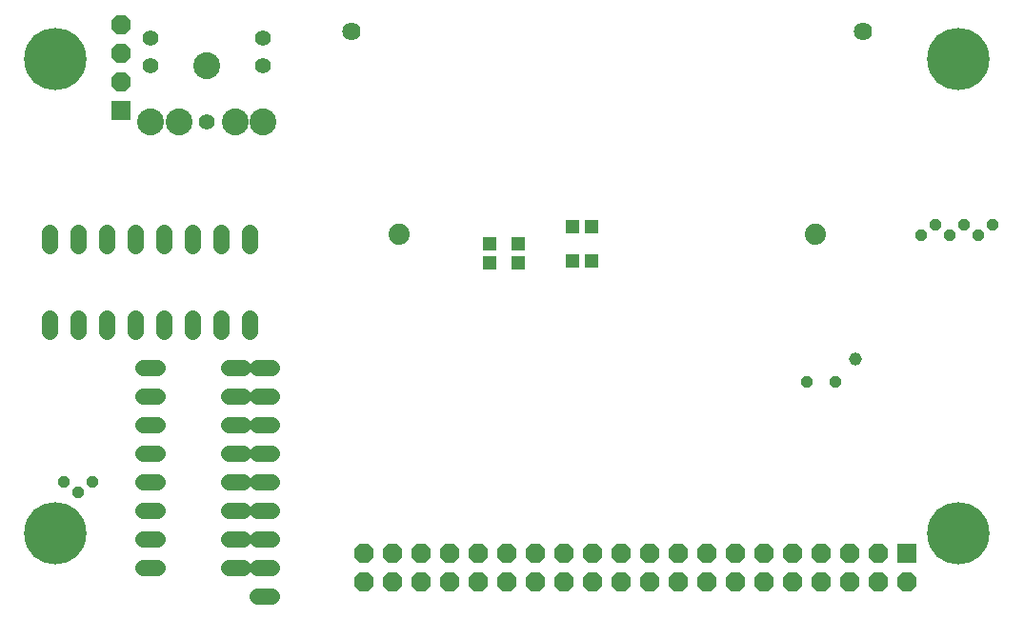
<source format=gbs>
G75*
%MOIN*%
%OFA0B0*%
%FSLAX24Y24*%
%IPPOS*%
%LPD*%
%AMOC8*
5,1,8,0,0,1.08239X$1,22.5*
%
%ADD10C,0.2180*%
%ADD11R,0.0680X0.0680*%
%ADD12OC8,0.0680*%
%ADD13R,0.0513X0.0474*%
%ADD14C,0.0740*%
%ADD15C,0.0640*%
%ADD16C,0.0560*%
%ADD17OC8,0.0417*%
%ADD18C,0.0940*%
%ADD19C,0.0552*%
%ADD20R,0.0474X0.0513*%
%ADD21C,0.0456*%
D10*
X002822Y003572D03*
X002822Y020178D03*
X034428Y020178D03*
X034428Y003572D03*
D11*
X032625Y002875D03*
X005125Y018375D03*
D12*
X005125Y019375D03*
X005125Y020375D03*
X005125Y021375D03*
X013625Y002875D03*
X014625Y002875D03*
X015625Y002875D03*
X016625Y002875D03*
X017625Y002875D03*
X018625Y002875D03*
X019625Y002875D03*
X020625Y002875D03*
X021625Y002875D03*
X022625Y002875D03*
X023625Y002875D03*
X024625Y002875D03*
X025625Y002875D03*
X026625Y002875D03*
X027625Y002875D03*
X028625Y002875D03*
X029625Y002875D03*
X030625Y002875D03*
X031625Y002875D03*
X031625Y001875D03*
X030625Y001875D03*
X029625Y001875D03*
X028625Y001875D03*
X027625Y001875D03*
X026625Y001875D03*
X025625Y001875D03*
X024625Y001875D03*
X023625Y001875D03*
X022625Y001875D03*
X021625Y001875D03*
X020625Y001875D03*
X019625Y001875D03*
X018625Y001875D03*
X017625Y001875D03*
X016625Y001875D03*
X015625Y001875D03*
X014625Y001875D03*
X013625Y001875D03*
X032625Y001875D03*
D13*
X021585Y013125D03*
X020915Y013125D03*
X019000Y013040D03*
X019000Y013710D03*
X018000Y013710D03*
X018000Y013040D03*
D14*
X014842Y014052D03*
X029408Y014052D03*
D15*
X031082Y021139D03*
X013168Y021139D03*
D16*
X009625Y014115D02*
X009625Y013635D01*
X008625Y013635D02*
X008625Y014115D01*
X007625Y014115D02*
X007625Y013635D01*
X006625Y013635D02*
X006625Y014115D01*
X005625Y014115D02*
X005625Y013635D01*
X004625Y013635D02*
X004625Y014115D01*
X003625Y014115D02*
X003625Y013635D01*
X002625Y013635D02*
X002625Y014115D01*
X002625Y011115D02*
X002625Y010635D01*
X003625Y010635D02*
X003625Y011115D01*
X004625Y011115D02*
X004625Y010635D01*
X005625Y010635D02*
X005625Y011115D01*
X006625Y011115D02*
X006625Y010635D01*
X007625Y010635D02*
X007625Y011115D01*
X008625Y011115D02*
X008625Y010635D01*
X009625Y010635D02*
X009625Y011115D01*
X009365Y009375D02*
X008885Y009375D01*
X009885Y009375D02*
X010365Y009375D01*
X010365Y008375D02*
X009885Y008375D01*
X009365Y008375D02*
X008885Y008375D01*
X008885Y007375D02*
X009365Y007375D01*
X009885Y007375D02*
X010365Y007375D01*
X010365Y006375D02*
X009885Y006375D01*
X009365Y006375D02*
X008885Y006375D01*
X008885Y005375D02*
X009365Y005375D01*
X009885Y005375D02*
X010365Y005375D01*
X010365Y004375D02*
X009885Y004375D01*
X009365Y004375D02*
X008885Y004375D01*
X008885Y003375D02*
X009365Y003375D01*
X009885Y003375D02*
X010365Y003375D01*
X010365Y002375D02*
X009885Y002375D01*
X009365Y002375D02*
X008885Y002375D01*
X009885Y001375D02*
X010365Y001375D01*
X006365Y002375D02*
X005885Y002375D01*
X005885Y003375D02*
X006365Y003375D01*
X006365Y004375D02*
X005885Y004375D01*
X005885Y005375D02*
X006365Y005375D01*
X006365Y006375D02*
X005885Y006375D01*
X005885Y007375D02*
X006365Y007375D01*
X006365Y008375D02*
X005885Y008375D01*
X005885Y009375D02*
X006365Y009375D01*
D17*
X004125Y005375D03*
X003625Y005000D03*
X003125Y005375D03*
X029125Y008875D03*
X030125Y008875D03*
X033125Y014000D03*
X033625Y014375D03*
X034125Y014000D03*
X034625Y014375D03*
X035125Y014000D03*
X035625Y014375D03*
D18*
X010094Y017969D03*
X009109Y017969D03*
X007141Y017969D03*
X006156Y017969D03*
X008125Y019938D03*
D19*
X006156Y019938D03*
X006156Y020922D03*
X010094Y020922D03*
X010094Y019938D03*
X008125Y017969D03*
D20*
X020915Y014313D03*
X021585Y014313D03*
D21*
X030813Y009688D03*
M02*

</source>
